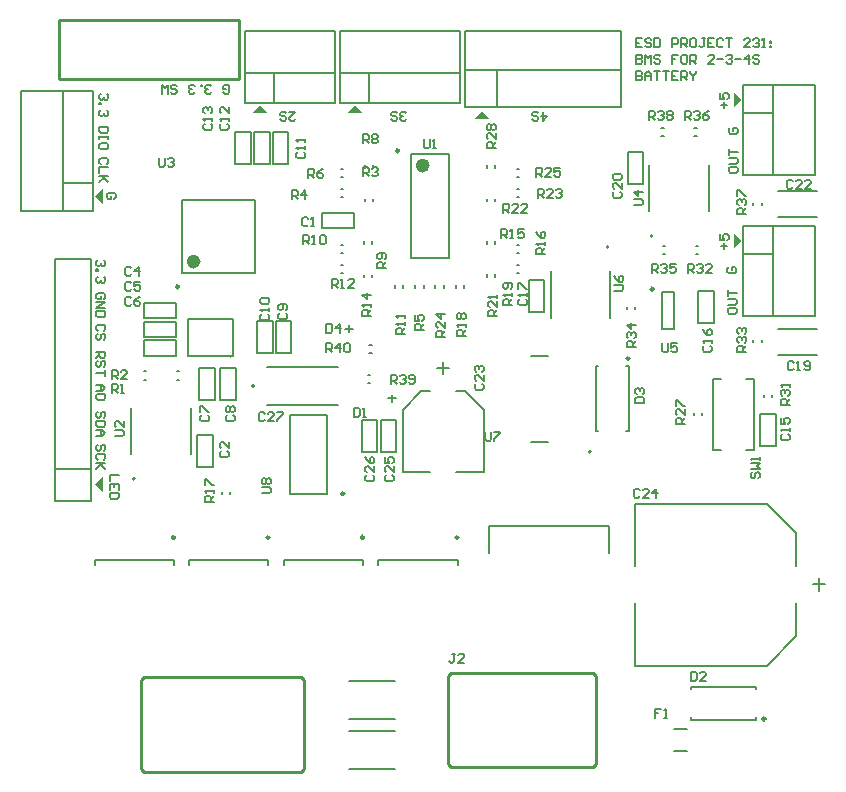
<source format=gto>
G04*
G04 #@! TF.GenerationSoftware,Altium Limited,Altium Designer,21.9.2 (33)*
G04*
G04 Layer_Color=65535*
%FSTAX24Y24*%
%MOIN*%
G70*
G04*
G04 #@! TF.SameCoordinates,C045CB64-A717-4E46-AD80-C8F196844A4B*
G04*
G04*
G04 #@! TF.FilePolarity,Positive*
G04*
G01*
G75*
%ADD10C,0.0098*%
%ADD11C,0.0079*%
%ADD12C,0.0236*%
%ADD13C,0.0039*%
%ADD14C,0.0050*%
%ADD15C,0.0070*%
%ADD16C,0.0100*%
%ADD17C,0.0080*%
%ADD18C,0.0060*%
G36*
X008989Y0109D02*
X009239Y01065D01*
Y01115D01*
X008989Y0109D01*
D02*
G37*
G36*
Y0205D02*
X009239Y02025D01*
Y02075D01*
X008989Y0205D01*
D02*
G37*
G36*
X01449Y02354D02*
X01424Y02329D01*
X01474D01*
X01449Y02354D01*
D02*
G37*
G36*
X01766Y02354D02*
X01741Y02329D01*
X01791D01*
X01766Y02354D01*
D02*
G37*
G36*
X0219Y02334D02*
X02165Y02309D01*
X02215D01*
X0219Y02334D01*
D02*
G37*
G36*
X030542Y019015D02*
X030292Y019265D01*
Y018765D01*
X030542Y019015D01*
D02*
G37*
G36*
Y023715D02*
X030292Y023965D01*
Y023465D01*
X030542Y023715D01*
D02*
G37*
D10*
X014803Y009128D02*
G03*
X014803Y009128I-000049J0D01*
G01*
X017301Y010586D02*
G03*
X017301Y010586I-000049J0D01*
G01*
X031338Y003078D02*
G03*
X031338Y003078I-000049J0D01*
G01*
X027608Y017409D02*
G03*
X027608Y017409I-000049J0D01*
G01*
X026806Y015093D02*
G03*
X026806Y015093I-000049J0D01*
G01*
X019124Y02202D02*
G03*
X019124Y02202I-000049J0D01*
G01*
X011791Y017487D02*
G03*
X011791Y017487I-000049J0D01*
G01*
X011653Y009128D02*
G03*
X011653Y009128I-000049J0D01*
G01*
X017954D02*
G03*
X017954Y009128I-000049J0D01*
G01*
X021105D02*
G03*
X021105Y009128I-000049J0D01*
G01*
D11*
X010314Y011084D02*
G03*
X010314Y011084I-000039J0D01*
G01*
X014294Y01417D02*
G03*
X014294Y01417I-000039J0D01*
G01*
X027582Y019169D02*
G03*
X027582Y019169I-000039J0D01*
G01*
X026115Y018815D02*
G03*
X026115Y018815I-000039J0D01*
G01*
X025515Y011986D02*
G03*
X025515Y011986I-000039J0D01*
G01*
X014772Y008202D02*
Y00836D01*
X012134D02*
X014772D01*
X012134Y008202D02*
Y00836D01*
X017467Y001425D02*
X019003D01*
X017467Y002685D02*
X019003D01*
X017467Y004341D02*
X019003D01*
X017467Y003081D02*
X019003D01*
X022059Y02145D02*
Y021528D01*
X022335Y02145D02*
Y021528D01*
X023045Y021139D02*
X023124D01*
X023045Y021415D02*
X023124D01*
X023053Y020468D02*
X023132D01*
X023053Y020744D02*
X023132D01*
X022335Y020346D02*
Y020424D01*
X022059Y020346D02*
Y020424D01*
X022335Y018921D02*
Y019D01*
X022059Y018921D02*
Y019D01*
X023058Y018606D02*
X023137D01*
X023058Y018882D02*
X023137D01*
X023045Y017935D02*
X023124D01*
X023045Y018211D02*
X023124D01*
X022335Y017817D02*
Y017895D01*
X022059Y017817D02*
Y017895D01*
X010611Y014667D02*
X010689D01*
X010611Y014391D02*
X010689D01*
X011715Y014391D02*
X011793D01*
X011715Y014667D02*
X011793D01*
X019261Y011316D02*
Y013383D01*
Y011316D02*
X020167D01*
X019872Y013993D02*
X020167D01*
X019261Y013383D02*
X019872Y013993D01*
X021328D02*
X021939Y013383D01*
X021033Y013993D02*
X021328D01*
X021033Y011316D02*
X021939D01*
Y013383D01*
X01813Y015262D02*
X018209D01*
X01813Y015538D02*
X018209D01*
X018093Y014538D02*
X018172D01*
X018093Y014262D02*
X018172D01*
X031211Y015638D02*
Y015717D01*
X030935Y015638D02*
Y015717D01*
X031211Y020211D02*
Y020289D01*
X030935Y020211D02*
Y020289D01*
X028965Y022512D02*
X029043D01*
X028965Y022788D02*
X029043D01*
X027861Y022788D02*
X027939D01*
X027861Y022512D02*
X027939D01*
X029019Y018567D02*
X029098D01*
X029019Y018843D02*
X029098D01*
X027911Y018843D02*
X027989D01*
X027911Y018567D02*
X027989D01*
X028962Y013211D02*
Y013289D01*
X029238Y013211D02*
Y013289D01*
X029576Y012039D02*
Y014402D01*
X029851D01*
X029576Y012039D02*
X029851D01*
X030678D02*
X030954D01*
X030678Y014402D02*
X030954D01*
Y012039D02*
Y014402D01*
X031565Y013811D02*
Y013889D01*
X03129Y013811D02*
Y013889D01*
X028867Y004063D02*
Y004151D01*
X031033Y004063D02*
Y004151D01*
X028867Y003049D02*
Y003137D01*
X031033Y003049D02*
Y003137D01*
X028867Y004151D02*
X031033D01*
X028867Y003049D02*
X031033D01*
X032367Y005837D02*
Y00694D01*
X031383Y004853D02*
X032367Y005837D01*
X026973Y004853D02*
Y00694D01*
Y004853D02*
X031383D01*
X026973Y010247D02*
X031383D01*
X026973Y00816D02*
Y010247D01*
X031383D02*
X032367Y009263D01*
Y00816D02*
Y009263D01*
X027903Y01731D02*
X028297D01*
X027903Y01609D02*
X028297D01*
X027903D02*
Y01731D01*
X028297Y01609D02*
Y01731D01*
X027002Y016736D02*
Y016815D01*
X026727Y016736D02*
Y016815D01*
X025683Y012672D02*
X025772D01*
X025683Y014837D02*
X025772D01*
X026697Y012672D02*
X026786D01*
X026697Y014837D02*
X026786D01*
X025683Y012672D02*
Y014837D01*
X026786Y012672D02*
Y014837D01*
X021285Y017453D02*
Y017532D01*
X021009Y017453D02*
Y017532D01*
X020614Y017453D02*
Y017532D01*
X020338Y017453D02*
Y017532D01*
X019943Y017453D02*
Y017532D01*
X019668Y017453D02*
Y017532D01*
X019272Y017453D02*
Y017532D01*
X018997Y017453D02*
Y017532D01*
X017962Y017811D02*
Y017889D01*
X018238Y017811D02*
Y017889D01*
X017173Y018887D02*
X017252D01*
X017173Y018612D02*
X017252D01*
X017173Y018216D02*
X017252D01*
X017173Y017941D02*
X017252D01*
X018238Y018915D02*
Y018993D01*
X017962Y018915D02*
Y018993D01*
X017189Y020464D02*
X017268D01*
X017189Y020739D02*
X017268D01*
X017189Y021135D02*
X017268D01*
X017189Y02141D02*
X017268D01*
X019517Y018453D02*
Y021918D01*
X020777Y018453D02*
Y021918D01*
X019517D02*
X020777D01*
X019517Y018453D02*
X020777D01*
X023536Y015167D02*
X024087D01*
X023536Y012293D02*
X024087D01*
X01432Y01793D02*
Y02037D01*
X01188Y01793D02*
Y02037D01*
X01432D01*
X01188Y01793D02*
X01432D01*
X017978Y02145D02*
Y021528D01*
X018254Y02145D02*
Y021528D01*
X018254Y020346D02*
Y020424D01*
X017978Y020346D02*
Y020424D01*
X008983Y008202D02*
Y00836D01*
X011621D01*
Y008202D02*
Y00836D01*
X015285Y008202D02*
Y00836D01*
X017923D01*
Y008202D02*
Y00836D01*
X018435Y008202D02*
Y00836D01*
X021073D01*
Y008202D02*
Y00836D01*
D12*
X020029Y021524D02*
G03*
X020029Y021524I-000118J0D01*
G01*
X012391Y018323D02*
G03*
X012391Y018323I-000118J0D01*
G01*
D13*
X013519Y015131D02*
G03*
X013519Y015131I-00002J0D01*
G01*
D14*
X029094Y016269D02*
X029606D01*
X029094D02*
Y017332D01*
X029114D01*
X029606Y016269D02*
Y017332D01*
X029114D02*
X029606D01*
X023446Y016636D02*
X023957D01*
X023446D02*
Y017699D01*
X023465D01*
X023957Y016636D02*
Y017699D01*
X023465D02*
X023957D01*
X026754Y020919D02*
X027266D01*
X026754D02*
Y021981D01*
X026774D01*
X027266Y020919D02*
Y021981D01*
X026774D02*
X027266D01*
X031171Y012175D02*
X031683D01*
X031171D02*
Y013238D01*
X031191D01*
X031683Y012175D02*
Y013238D01*
X031191D02*
X031683D01*
X017893Y011981D02*
X018405D01*
X017893D02*
Y013044D01*
X017913D01*
X018405Y011981D02*
Y013044D01*
X017913D02*
X018405D01*
X018525Y011981D02*
X019036D01*
X018525D02*
Y013044D01*
X018544D01*
X019036Y011981D02*
Y013044D01*
X018544D02*
X019036D01*
X01655Y019433D02*
Y019944D01*
X017613D01*
Y019925D02*
Y019944D01*
X01655Y019433D02*
X017613D01*
Y019925D01*
X015026Y015273D02*
X015538D01*
X015026D02*
Y016336D01*
X015045D01*
X015538Y015273D02*
Y016336D01*
X015045D02*
X015538D01*
X014394Y015273D02*
X014906D01*
X014394D02*
Y016336D01*
X014414D01*
X014906Y015273D02*
Y016336D01*
X014414D02*
X014906D01*
X014926Y021569D02*
X015438D01*
X014926D02*
Y022631D01*
X014945D01*
X015438Y021569D02*
Y022631D01*
X014945D02*
X015438D01*
X014296Y02159D02*
X014807D01*
X014296D02*
Y022653D01*
X014315D01*
X014807Y02159D02*
Y022653D01*
X014315D02*
X014807D01*
X013664Y02159D02*
X014176D01*
X013664D02*
Y022653D01*
X013684D01*
X014176Y02159D02*
Y022653D01*
X013684D02*
X014176D01*
X010618Y015181D02*
Y015693D01*
X011681D01*
Y015673D02*
Y015693D01*
X010618Y015181D02*
X011681D01*
Y015673D01*
X010618Y015812D02*
Y016324D01*
X011681D01*
Y016305D02*
Y016324D01*
X010618Y015812D02*
X011681D01*
Y016305D01*
X010618Y016444D02*
Y016956D01*
X011681D01*
Y016936D02*
Y016956D01*
X010618Y016444D02*
X011681D01*
Y016936D01*
X012489Y014762D02*
X012981D01*
Y013699D02*
Y014762D01*
X012469D02*
X012489D01*
X012469Y013699D02*
Y014762D01*
Y013699D02*
X012981D01*
X012906Y011468D02*
Y012531D01*
X012394Y011468D02*
X012906D01*
X012394Y012531D02*
X012906D01*
X012394Y011468D02*
Y012531D01*
X007669Y01034D02*
X008839D01*
Y01842D01*
X007669D02*
X008839D01*
X007669Y01034D02*
Y01842D01*
X007679Y01141D02*
X008839D01*
X013169Y014762D02*
X013681D01*
Y013699D02*
Y014762D01*
X013169Y013699D02*
X013681D01*
X013169D02*
Y014762D01*
X012102Y01519D02*
Y01641D01*
Y01519D02*
X013598D01*
Y01641D01*
X012102D02*
X013598D01*
X012176Y011907D02*
Y013443D01*
X010188Y011907D02*
Y013443D01*
X013488Y010561D02*
Y010639D01*
X013212Y010561D02*
Y010639D01*
X01671Y010586D02*
Y013223D01*
X01549Y010586D02*
Y013223D01*
Y010586D02*
X01671D01*
X01549Y013223D02*
X01671D01*
X014719Y0148D02*
X017081D01*
X014719Y01354D02*
X017081D01*
X031756Y015221D02*
X033039D01*
X031756Y016079D02*
X033039D01*
X031756Y019821D02*
X033039D01*
X031756Y020679D02*
X033039D01*
X027456Y019992D02*
Y021528D01*
X029444Y019992D02*
Y021528D01*
X024174Y016457D02*
Y017992D01*
X026162Y016457D02*
Y017992D01*
X026137Y008608D02*
Y009508D01*
X022137D02*
X026137D01*
X022137Y008608D02*
Y009508D01*
X028276Y002728D02*
X028724D01*
X028276Y00202D02*
X028724D01*
X01758Y01609D02*
X017323D01*
X017452Y016218D02*
Y015961D01*
X018756Y013759D02*
X019013D01*
X018884Y013631D02*
Y013888D01*
D15*
X007939Y02095D02*
X008929D01*
X007929Y024D02*
X008929D01*
X007929Y02D02*
Y024D01*
Y02D02*
X008929D01*
Y024D01*
X006529Y02D02*
X007929D01*
X006529D02*
Y024D01*
X007929D01*
X030602Y016515D02*
Y019515D01*
X031602D01*
Y016515D02*
Y019515D01*
X030602Y016515D02*
X031602D01*
X030602Y018565D02*
X031592D01*
X031602Y019505D02*
Y019515D01*
Y019505D02*
X033002D01*
Y016515D02*
Y019505D01*
X031602Y016515D02*
X033002D01*
X02239Y0235D02*
Y02468D01*
X02651Y02348D02*
Y0247D01*
X02133Y02348D02*
Y0247D01*
Y02348D02*
X02651D01*
X02133Y0247D02*
X02651D01*
X02133D02*
Y026D01*
X02651D01*
Y0247D02*
Y026D01*
X02116Y0246D02*
Y026D01*
X01716D02*
X02116D01*
X01716Y0246D02*
Y026D01*
Y0236D02*
X02116D01*
X01716D02*
Y0246D01*
X02116D01*
Y0236D02*
Y0246D01*
X01811Y0236D02*
Y02459D01*
X01399Y0236D02*
X01699D01*
X01399D02*
Y0246D01*
X01699D01*
Y0236D02*
Y0246D01*
X01494Y0236D02*
Y02459D01*
X01399Y0246D02*
X014D01*
Y026D01*
X01699D01*
Y0246D02*
Y026D01*
X030602Y021215D02*
Y024215D01*
X031602D01*
Y021215D02*
Y024215D01*
X030602Y021215D02*
X031602D01*
X030602Y023265D02*
X031592D01*
X031602Y024205D02*
Y024215D01*
Y024205D02*
X033002D01*
Y021215D02*
Y024205D01*
X031602Y021215D02*
X033002D01*
D16*
X007805Y024416D02*
X012805D01*
X007805D02*
Y026384D01*
X013805D01*
Y024416D02*
Y026384D01*
X012805Y024416D02*
X013805D01*
X015969Y001421D02*
Y004371D01*
X010507Y001421D02*
Y004371D01*
X010607Y001321D02*
X015869D01*
X010607Y004471D02*
X015869D01*
X015969Y004371D01*
X015869Y001321D02*
X015969Y001421D01*
X010507Y004371D02*
X010607Y004471D01*
X010507Y001421D02*
X010607Y001321D01*
X020766Y001575D02*
Y004525D01*
X025687Y001575D02*
Y004525D01*
X020866Y004625D02*
X025587D01*
X020866Y001475D02*
X025587D01*
X020766Y001575D02*
X020866Y001475D01*
X020766Y004525D02*
X020866Y004625D01*
X025587Y001475D02*
X025687Y001575D01*
X025587Y004625D02*
X025687Y004525D01*
D17*
X027238Y025764D02*
X027038D01*
Y025464D01*
X027238D01*
X027038Y025614D02*
X027138D01*
X027537Y025714D02*
X027487Y025764D01*
X027388D01*
X027338Y025714D01*
Y025664D01*
X027388Y025614D01*
X027487D01*
X027537Y025564D01*
Y025514D01*
X027487Y025464D01*
X027388D01*
X027338Y025514D01*
X027637Y025764D02*
Y025464D01*
X027787D01*
X027837Y025514D01*
Y025714D01*
X027787Y025764D01*
X027637D01*
X028237Y025464D02*
Y025764D01*
X028387D01*
X028437Y025714D01*
Y025614D01*
X028387Y025564D01*
X028237D01*
X028537Y025464D02*
Y025764D01*
X028687D01*
X028737Y025714D01*
Y025614D01*
X028687Y025564D01*
X028537D01*
X028637D02*
X028737Y025464D01*
X028987Y025764D02*
X028887D01*
X028837Y025714D01*
Y025514D01*
X028887Y025464D01*
X028987D01*
X029037Y025514D01*
Y025714D01*
X028987Y025764D01*
X029337D02*
X029237D01*
X029287D01*
Y025514D01*
X029237Y025464D01*
X029187D01*
X029137Y025514D01*
X029637Y025764D02*
X029437D01*
Y025464D01*
X029637D01*
X029437Y025614D02*
X029537D01*
X029937Y025714D02*
X029887Y025764D01*
X029787D01*
X029737Y025714D01*
Y025514D01*
X029787Y025464D01*
X029887D01*
X029937Y025514D01*
X030037Y025764D02*
X030237D01*
X030137D01*
Y025464D01*
X030836D02*
X030636D01*
X030836Y025664D01*
Y025714D01*
X030786Y025764D01*
X030686D01*
X030636Y025714D01*
X030936D02*
X030986Y025764D01*
X031086D01*
X031136Y025714D01*
Y025664D01*
X031086Y025614D01*
X031036D01*
X031086D01*
X031136Y025564D01*
Y025514D01*
X031086Y025464D01*
X030986D01*
X030936Y025514D01*
X031236Y025464D02*
X031336D01*
X031286D01*
Y025764D01*
X031236Y025714D01*
X031486Y025664D02*
X031536D01*
Y025614D01*
X031486D01*
Y025664D01*
Y025514D02*
X031536D01*
Y025464D01*
X031486D01*
Y025514D01*
X027038Y025212D02*
Y024912D01*
X027188D01*
X027238Y024962D01*
Y025012D01*
X027188Y025062D01*
X027038D01*
X027188D01*
X027238Y025112D01*
Y025162D01*
X027188Y025212D01*
X027038D01*
X027338Y024912D02*
Y025212D01*
X027438Y025112D01*
X027537Y025212D01*
Y024912D01*
X027837Y025162D02*
X027787Y025212D01*
X027687D01*
X027637Y025162D01*
Y025112D01*
X027687Y025062D01*
X027787D01*
X027837Y025012D01*
Y024962D01*
X027787Y024912D01*
X027687D01*
X027637Y024962D01*
X028437Y025212D02*
X028237D01*
Y025062D01*
X028337D01*
X028237D01*
Y024912D01*
X028687Y025212D02*
X028587D01*
X028537Y025162D01*
Y024962D01*
X028587Y024912D01*
X028687D01*
X028737Y024962D01*
Y025162D01*
X028687Y025212D01*
X028837Y024912D02*
Y025212D01*
X028987D01*
X029037Y025162D01*
Y025062D01*
X028987Y025012D01*
X028837D01*
X028937D02*
X029037Y024912D01*
X029637D02*
X029437D01*
X029637Y025112D01*
Y025162D01*
X029587Y025212D01*
X029487D01*
X029437Y025162D01*
X029737Y025062D02*
X029937D01*
X030037Y025162D02*
X030087Y025212D01*
X030187D01*
X030237Y025162D01*
Y025112D01*
X030187Y025062D01*
X030137D01*
X030187D01*
X030237Y025012D01*
Y024962D01*
X030187Y024912D01*
X030087D01*
X030037Y024962D01*
X030337Y025062D02*
X030537D01*
X030786Y024912D02*
Y025212D01*
X030636Y025062D01*
X030836D01*
X031136Y025162D02*
X031086Y025212D01*
X030986D01*
X030936Y025162D01*
Y025112D01*
X030986Y025062D01*
X031086D01*
X031136Y025012D01*
Y024962D01*
X031086Y024912D01*
X030986D01*
X030936Y024962D01*
X027038Y02466D02*
Y02436D01*
X027188D01*
X027238Y02441D01*
Y02446D01*
X027188Y02451D01*
X027038D01*
X027188D01*
X027238Y02456D01*
Y02461D01*
X027188Y02466D01*
X027038D01*
X027338Y02436D02*
Y02456D01*
X027438Y02466D01*
X027537Y02456D01*
Y02436D01*
Y02451D01*
X027338D01*
X027637Y02466D02*
X027837D01*
X027737D01*
Y02436D01*
X027937Y02466D02*
X028137D01*
X028037D01*
Y02436D01*
X028437Y02466D02*
X028237D01*
Y02436D01*
X028437D01*
X028237Y02451D02*
X028337D01*
X028537Y02436D02*
Y02466D01*
X028687D01*
X028737Y02461D01*
Y02451D01*
X028687Y02446D01*
X028537D01*
X028637D02*
X028737Y02436D01*
X028837Y02466D02*
Y02461D01*
X028937Y02451D01*
X029037Y02461D01*
Y02466D01*
X028937Y02451D02*
Y02436D01*
X02997Y01873D02*
Y01893D01*
X02987Y01883D02*
X03007D01*
X02982Y01923D02*
Y01903D01*
X02997D01*
X02992Y01913D01*
Y01918D01*
X02997Y01923D01*
X03007D01*
X03012Y01918D01*
Y01908D01*
X03007Y01903D01*
X030079Y016735D02*
Y016635D01*
X030129Y016585D01*
X030329D01*
X030379Y016635D01*
Y016735D01*
X030329Y016785D01*
X030129D01*
X030079Y016735D01*
Y016885D02*
X030329D01*
X030379Y016935D01*
Y017035D01*
X030329Y017085D01*
X030079D01*
Y017185D02*
Y017384D01*
Y017284D01*
X030379D01*
X02997Y02343D02*
Y02363D01*
X02987Y02353D02*
X03007D01*
X02982Y02393D02*
Y02373D01*
X02997D01*
X02992Y02383D01*
Y02388D01*
X02997Y02393D01*
X03007D01*
X03012Y02388D01*
Y02378D01*
X03007Y02373D01*
X03012Y02143D02*
Y02133D01*
X03017Y02128D01*
X03037D01*
X03042Y02133D01*
Y02143D01*
X03037Y02148D01*
X03017D01*
X03012Y02143D01*
Y02158D02*
X03037D01*
X03042Y02163D01*
Y02173D01*
X03037Y02178D01*
X03012D01*
Y02188D02*
Y02208D01*
Y02198D01*
X03042D01*
X03012Y01813D02*
X03007Y01808D01*
Y01798D01*
X03012Y01793D01*
X03032D01*
X03037Y01798D01*
Y01808D01*
X03032Y01813D01*
X03022D01*
Y01803D01*
X03017Y02278D02*
X03012Y02273D01*
Y02263D01*
X03017Y02258D01*
X03037D01*
X03042Y02263D01*
Y02273D01*
X03037Y02278D01*
X03027D01*
Y02268D01*
X01152Y02397D02*
X01157Y02392D01*
X01167D01*
X01172Y02397D01*
Y02402D01*
X01167Y02407D01*
X01157D01*
X01152Y02412D01*
Y02417D01*
X01157Y02422D01*
X01167D01*
X01172Y02417D01*
X01142Y02392D02*
Y02422D01*
X01132Y02412D01*
X01122Y02422D01*
Y02392D01*
X01287Y02397D02*
X01282Y02392D01*
X01272D01*
X01267Y02397D01*
Y02402D01*
X01272Y02407D01*
X01277D01*
X01272D01*
X01267Y02412D01*
Y02417D01*
X01272Y02422D01*
X01282D01*
X01287Y02417D01*
X01257Y02422D02*
Y02417D01*
X01252D01*
Y02422D01*
X01257D01*
X01232Y02397D02*
X01227Y02392D01*
X01217D01*
X01212Y02397D01*
Y02402D01*
X01217Y02407D01*
X01222D01*
X01217D01*
X01212Y02412D01*
Y02417D01*
X01217Y02422D01*
X01227D01*
X01232Y02417D01*
X01327Y02397D02*
X01332Y02392D01*
X01342D01*
X01347Y02397D01*
Y02417D01*
X01342Y02422D01*
X01332D01*
X01327Y02417D01*
Y02407D01*
X01337D01*
X02392Y02332D02*
Y02302D01*
X02407Y02317D01*
X02387D01*
X02357Y02307D02*
X02362Y02302D01*
X02372D01*
X02377Y02307D01*
Y02312D01*
X02372Y02317D01*
X02362D01*
X02357Y02322D01*
Y02327D01*
X02362Y02332D01*
X02372D01*
X02377Y02327D01*
X01937Y02307D02*
X01932Y02302D01*
X01922D01*
X01917Y02307D01*
Y02312D01*
X01922Y02317D01*
X01927D01*
X01922D01*
X01917Y02322D01*
Y02327D01*
X01922Y02332D01*
X01932D01*
X01937Y02327D01*
X01887Y02307D02*
X01892Y02302D01*
X01902D01*
X01907Y02307D01*
Y02312D01*
X01902Y02317D01*
X01892D01*
X01887Y02322D01*
Y02327D01*
X01892Y02332D01*
X01902D01*
X01907Y02327D01*
X01547Y02332D02*
X01567D01*
X01547Y02312D01*
Y02307D01*
X01552Y02302D01*
X01562D01*
X01567Y02307D01*
X01517D02*
X01522Y02302D01*
X01532D01*
X01537Y02307D01*
Y02312D01*
X01532Y02317D01*
X01522D01*
X01517Y02322D01*
Y02327D01*
X01522Y02332D01*
X01532D01*
X01537Y02327D01*
X00978Y01122D02*
X00948D01*
Y01102D01*
X00978Y01072D02*
Y01092D01*
X00948D01*
Y01072D01*
X00963Y01092D02*
Y01082D01*
X00978Y01062D02*
X00948D01*
Y01047D01*
X00953Y01042D01*
X00973D01*
X00978Y01047D01*
Y01062D01*
X00928Y01202D02*
X00933Y01207D01*
Y01217D01*
X00928Y01222D01*
X00923D01*
X00918Y01217D01*
Y01207D01*
X00913Y01202D01*
X00908D01*
X00903Y01207D01*
Y01217D01*
X00908Y01222D01*
X00928Y01172D02*
X00933Y01177D01*
Y01187D01*
X00928Y01192D01*
X00908D01*
X00903Y01187D01*
Y01177D01*
X00908Y01172D01*
X00933Y01162D02*
X00903D01*
X00913D01*
X00933Y01142D01*
X00918Y01157D01*
X00903Y01142D01*
X00928Y01312D02*
X00933Y01317D01*
Y01327D01*
X00928Y01332D01*
X00923D01*
X00918Y01327D01*
Y01317D01*
X00913Y01312D01*
X00908D01*
X00903Y01317D01*
Y01327D01*
X00908Y01332D01*
X00933Y01302D02*
X00903D01*
Y01287D01*
X00908Y01282D01*
X00928D01*
X00933Y01287D01*
Y01302D01*
X00903Y01272D02*
X00923D01*
X00933Y01262D01*
X00923Y01252D01*
X00903D01*
X00918D01*
Y01272D01*
X00903Y01422D02*
X00923D01*
X00933Y01412D01*
X00923Y01402D01*
X00903D01*
X00918D01*
Y01422D01*
X00928Y01392D02*
X00933Y01387D01*
Y01377D01*
X00928Y01372D01*
X00908D01*
X00903Y01377D01*
Y01387D01*
X00908Y01392D01*
X00928D01*
X00903Y01532D02*
X00933D01*
Y01517D01*
X00928Y01512D01*
X00918D01*
X00913Y01517D01*
Y01532D01*
Y01522D02*
X00903Y01512D01*
X00928Y01482D02*
X00933Y01487D01*
Y01497D01*
X00928Y01502D01*
X00923D01*
X00918Y01497D01*
Y01487D01*
X00913Y01482D01*
X00908D01*
X00903Y01487D01*
Y01497D01*
X00908Y01502D01*
X00933Y01472D02*
Y01452D01*
Y01462D01*
X00903D01*
X00928Y01602D02*
X00933Y01607D01*
Y01617D01*
X00928Y01622D01*
X00908D01*
X00903Y01617D01*
Y01607D01*
X00908Y01602D01*
X00928Y01572D02*
X00933Y01577D01*
Y01587D01*
X00928Y01592D01*
X00923D01*
X00918Y01587D01*
Y01577D01*
X00913Y01572D01*
X00908D01*
X00903Y01577D01*
Y01587D01*
X00908Y01592D01*
X00928Y017075D02*
X00933Y017125D01*
Y017225D01*
X00928Y017275D01*
X00908D01*
X00903Y017225D01*
Y017125D01*
X00908Y017075D01*
X00918D01*
Y017175D01*
X00903Y016975D02*
X00933D01*
X00903Y016775D01*
X00933D01*
Y016675D02*
X00903D01*
Y016525D01*
X00908Y016475D01*
X00928D01*
X00933Y016525D01*
Y016675D01*
X00928Y01837D02*
X00933Y01832D01*
Y01822D01*
X00928Y01817D01*
X00923D01*
X00918Y01822D01*
Y01827D01*
Y01822D01*
X00913Y01817D01*
X00908D01*
X00903Y01822D01*
Y01832D01*
X00908Y01837D01*
X00903Y01807D02*
X00908D01*
Y01802D01*
X00903D01*
Y01807D01*
X00928Y01782D02*
X00933Y01777D01*
Y01767D01*
X00928Y01762D01*
X00923D01*
X00918Y01767D01*
Y01772D01*
Y01767D01*
X00913Y01762D01*
X00908D01*
X00903Y01767D01*
Y01777D01*
X00908Y01782D01*
X00938Y02392D02*
X00943Y02387D01*
Y02377D01*
X00938Y02372D01*
X00933D01*
X00928Y02377D01*
Y02382D01*
Y02377D01*
X00923Y02372D01*
X00918D01*
X00913Y02377D01*
Y02387D01*
X00918Y02392D01*
X00913Y02362D02*
X00918D01*
Y02357D01*
X00913D01*
Y02362D01*
X00938Y02337D02*
X00943Y02332D01*
Y02322D01*
X00938Y02317D01*
X00933D01*
X00928Y02322D01*
Y02327D01*
Y02322D01*
X00923Y02317D01*
X00918D01*
X00913Y02322D01*
Y02332D01*
X00918Y02337D01*
X00943Y02282D02*
X00913D01*
Y02267D01*
X00918Y02262D01*
X00938D01*
X00943Y02267D01*
Y02282D01*
Y02252D02*
Y02242D01*
Y02247D01*
X00913D01*
Y02252D01*
Y02242D01*
X00943Y02212D02*
Y02222D01*
X00938Y02227D01*
X00918D01*
X00913Y02222D01*
Y02212D01*
X00918Y02207D01*
X00938D01*
X00943Y02212D01*
X00938Y02157D02*
X00943Y02162D01*
Y02172D01*
X00938Y02177D01*
X00918D01*
X00913Y02172D01*
Y02162D01*
X00918Y02157D01*
X00943Y02147D02*
X00913D01*
Y02127D01*
X00943Y02117D02*
X00913D01*
X00923D01*
X00943Y02097D01*
X00928Y02112D01*
X00913Y02097D01*
X009625Y020415D02*
X009675Y020465D01*
Y020565D01*
X009625Y020615D01*
X009425D01*
X009375Y020565D01*
Y020465D01*
X009425Y020415D01*
X009525D01*
Y020515D01*
X01112Y02179D02*
Y02154D01*
X01117Y02149D01*
X01127D01*
X01132Y02154D01*
Y02179D01*
X01142Y02174D02*
X01147Y02179D01*
X01157D01*
X01162Y02174D01*
Y02169D01*
X01157Y02164D01*
X01152D01*
X01157D01*
X01162Y02159D01*
Y02154D01*
X01157Y02149D01*
X01147D01*
X01142Y02154D01*
X0132Y012D02*
X01315Y01195D01*
Y01185D01*
X0132Y0118D01*
X0134D01*
X01345Y01185D01*
Y01195D01*
X0134Y012D01*
X01345Y0123D02*
Y0121D01*
X01325Y0123D01*
X0132D01*
X01315Y01225D01*
Y01215D01*
X0132Y0121D01*
X01455Y0106D02*
X0148D01*
X01485Y01065D01*
Y01075D01*
X0148Y0108D01*
X01455D01*
X0146Y0109D02*
X01455Y01095D01*
Y01105D01*
X0146Y0111D01*
X01465D01*
X0147Y01105D01*
X01475Y0111D01*
X0148D01*
X01485Y01105D01*
Y01095D01*
X0148Y0109D01*
X01475D01*
X0147Y01095D01*
X01465Y0109D01*
X0146D01*
X0147Y01095D02*
Y01105D01*
X022Y01265D02*
Y0124D01*
X02205Y01235D01*
X02215D01*
X0222Y0124D01*
Y01265D01*
X0223D02*
X0225D01*
Y0126D01*
X0223Y0124D01*
Y01235D01*
X0263Y01735D02*
X02655D01*
X0266Y0174D01*
Y0175D01*
X02655Y01755D01*
X0263D01*
Y01785D02*
X02635Y01775D01*
X02645Y01765D01*
X02655D01*
X0266Y0177D01*
Y0178D01*
X02655Y01785D01*
X0265D01*
X02645Y0178D01*
Y01765D01*
X0279Y0156D02*
Y01535D01*
X02795Y0153D01*
X02805D01*
X0281Y01535D01*
Y0156D01*
X0284D02*
X0282D01*
Y01545D01*
X0283Y0155D01*
X02835D01*
X0284Y01545D01*
Y01535D01*
X02835Y0153D01*
X02825D01*
X0282Y01535D01*
X02695Y0202D02*
X0272D01*
X02725Y02025D01*
Y02035D01*
X0272Y0204D01*
X02695D01*
X02725Y02065D02*
X02695D01*
X0271Y0205D01*
Y0207D01*
X00965Y0125D02*
X0099D01*
X00995Y01255D01*
Y01265D01*
X0099Y0127D01*
X00965D01*
X00995Y013D02*
Y0128D01*
X00975Y013D01*
X0097D01*
X00965Y01295D01*
Y01285D01*
X0097Y0128D01*
X01995Y0224D02*
Y02215D01*
X02Y0221D01*
X0201D01*
X02015Y02215D01*
Y0224D01*
X02025Y0221D02*
X02035D01*
X0203D01*
Y0224D01*
X02025Y02235D01*
X0309Y0113D02*
X03085Y01125D01*
Y01115D01*
X0309Y0111D01*
X03095D01*
X031Y01115D01*
Y01125D01*
X03105Y0113D01*
X0311D01*
X03115Y01125D01*
Y01115D01*
X0311Y0111D01*
X03085Y0114D02*
X03115D01*
X03105Y0115D01*
X03115Y0116D01*
X03085D01*
X03115Y0117D02*
Y0118D01*
Y01175D01*
X03085D01*
X0309Y0117D01*
X0167Y0153D02*
Y0156D01*
X01685D01*
X0169Y01555D01*
Y01545D01*
X01685Y0154D01*
X0167D01*
X0168D02*
X0169Y0153D01*
X01715D02*
Y0156D01*
X017Y01545D01*
X0172D01*
X0173Y01555D02*
X01735Y0156D01*
X01745D01*
X0175Y01555D01*
Y01535D01*
X01745Y0153D01*
X01735D01*
X0173Y01535D01*
Y01555D01*
X01885Y01425D02*
Y01455D01*
X019D01*
X01905Y0145D01*
Y0144D01*
X019Y01435D01*
X01885D01*
X01895D02*
X01905Y01425D01*
X01915Y0145D02*
X0192Y01455D01*
X0193D01*
X01935Y0145D01*
Y01445D01*
X0193Y0144D01*
X01925D01*
X0193D01*
X01935Y01435D01*
Y0143D01*
X0193Y01425D01*
X0192D01*
X01915Y0143D01*
X01945D02*
X0195Y01425D01*
X0196D01*
X01965Y0143D01*
Y0145D01*
X0196Y01455D01*
X0195D01*
X01945Y0145D01*
Y01445D01*
X0195Y0144D01*
X01965D01*
X02745Y02305D02*
Y02335D01*
X0276D01*
X02765Y0233D01*
Y0232D01*
X0276Y02315D01*
X02745D01*
X02755D02*
X02765Y02305D01*
X02775Y0233D02*
X0278Y02335D01*
X0279D01*
X02795Y0233D01*
Y02325D01*
X0279Y0232D01*
X02785D01*
X0279D01*
X02795Y02315D01*
Y0231D01*
X0279Y02305D01*
X0278D01*
X02775Y0231D01*
X02805Y0233D02*
X0281Y02335D01*
X0282D01*
X02825Y0233D01*
Y02325D01*
X0282Y0232D01*
X02825Y02315D01*
Y0231D01*
X0282Y02305D01*
X0281D01*
X02805Y0231D01*
Y02315D01*
X0281Y0232D01*
X02805Y02325D01*
Y0233D01*
X0281Y0232D02*
X0282D01*
X0307Y0199D02*
X0304D01*
Y02005D01*
X03045Y0201D01*
X03055D01*
X0306Y02005D01*
Y0199D01*
Y02D02*
X0307Y0201D01*
X03045Y0202D02*
X0304Y02025D01*
Y02035D01*
X03045Y0204D01*
X0305D01*
X03055Y02035D01*
Y0203D01*
Y02035D01*
X0306Y0204D01*
X03065D01*
X0307Y02035D01*
Y02025D01*
X03065Y0202D01*
X0304Y0205D02*
Y0207D01*
X03045D01*
X03065Y0205D01*
X0307D01*
X02865Y02305D02*
Y02335D01*
X0288D01*
X02885Y0233D01*
Y0232D01*
X0288Y02315D01*
X02865D01*
X02875D02*
X02885Y02305D01*
X02895Y0233D02*
X029Y02335D01*
X0291D01*
X02915Y0233D01*
Y02325D01*
X0291Y0232D01*
X02905D01*
X0291D01*
X02915Y02315D01*
Y0231D01*
X0291Y02305D01*
X029D01*
X02895Y0231D01*
X02945Y02335D02*
X02935Y0233D01*
X02925Y0232D01*
Y0231D01*
X0293Y02305D01*
X0294D01*
X02945Y0231D01*
Y02315D01*
X0294Y0232D01*
X02925D01*
X02755Y01795D02*
Y01825D01*
X0277D01*
X02775Y0182D01*
Y0181D01*
X0277Y01805D01*
X02755D01*
X02765D02*
X02775Y01795D01*
X02785Y0182D02*
X0279Y01825D01*
X028D01*
X02805Y0182D01*
Y01815D01*
X028Y0181D01*
X02795D01*
X028D01*
X02805Y01805D01*
Y018D01*
X028Y01795D01*
X0279D01*
X02785Y018D01*
X02835Y01825D02*
X02815D01*
Y0181D01*
X02825Y01815D01*
X0283D01*
X02835Y0181D01*
Y018D01*
X0283Y01795D01*
X0282D01*
X02815Y018D01*
X027015Y015465D02*
X026715D01*
Y015615D01*
X026765Y015665D01*
X026865D01*
X026915Y015615D01*
Y015465D01*
Y015565D02*
X027015Y015665D01*
X026765Y015765D02*
X026715Y015815D01*
Y015915D01*
X026765Y015965D01*
X026815D01*
X026865Y015915D01*
Y015865D01*
Y015915D01*
X026915Y015965D01*
X026965D01*
X027015Y015915D01*
Y015815D01*
X026965Y015765D01*
X027015Y016214D02*
X026715D01*
X026865Y016064D01*
Y016264D01*
X0307Y015325D02*
X0304D01*
Y015475D01*
X03045Y015525D01*
X03055D01*
X0306Y015475D01*
Y015325D01*
Y015425D02*
X0307Y015525D01*
X03045Y015625D02*
X0304Y015675D01*
Y015775D01*
X03045Y015825D01*
X0305D01*
X03055Y015775D01*
Y015725D01*
Y015775D01*
X0306Y015825D01*
X03065D01*
X0307Y015775D01*
Y015675D01*
X03065Y015625D01*
X03045Y015925D02*
X0304Y015975D01*
Y016075D01*
X03045Y016125D01*
X0305D01*
X03055Y016075D01*
Y016025D01*
Y016075D01*
X0306Y016125D01*
X03065D01*
X0307Y016075D01*
Y015975D01*
X03065Y015925D01*
X02875Y01795D02*
Y01825D01*
X0289D01*
X02895Y0182D01*
Y0181D01*
X0289Y01805D01*
X02875D01*
X02885D02*
X02895Y01795D01*
X02905Y0182D02*
X0291Y01825D01*
X0292D01*
X02925Y0182D01*
Y01815D01*
X0292Y0181D01*
X02915D01*
X0292D01*
X02925Y01805D01*
Y018D01*
X0292Y01795D01*
X0291D01*
X02905Y018D01*
X02955Y01795D02*
X02935D01*
X02955Y01815D01*
Y0182D01*
X0295Y01825D01*
X0294D01*
X02935Y0182D01*
X03215Y01355D02*
X03185D01*
Y0137D01*
X0319Y01375D01*
X032D01*
X03205Y0137D01*
Y01355D01*
Y01365D02*
X03215Y01375D01*
X0319Y01385D02*
X03185Y0139D01*
Y014D01*
X0319Y01405D01*
X03195D01*
X032Y014D01*
Y01395D01*
Y014D01*
X03205Y01405D01*
X0321D01*
X03215Y014D01*
Y0139D01*
X0321Y01385D01*
X03215Y01415D02*
Y01425D01*
Y0142D01*
X03185D01*
X0319Y01415D01*
X02235Y0221D02*
X02205D01*
Y02225D01*
X0221Y0223D01*
X0222D01*
X02225Y02225D01*
Y0221D01*
Y0222D02*
X02235Y0223D01*
Y0226D02*
Y0224D01*
X02215Y0226D01*
X0221D01*
X02205Y02255D01*
Y02245D01*
X0221Y0224D01*
Y0227D02*
X02205Y02275D01*
Y02285D01*
X0221Y0229D01*
X02215D01*
X0222Y02285D01*
X02225Y0229D01*
X0223D01*
X02235Y02285D01*
Y02275D01*
X0223Y0227D01*
X02225D01*
X0222Y02275D01*
X02215Y0227D01*
X0221D01*
X0222Y02275D02*
Y02285D01*
X02865Y0129D02*
X02835D01*
Y01305D01*
X0284Y0131D01*
X0285D01*
X02855Y01305D01*
Y0129D01*
Y013D02*
X02865Y0131D01*
Y0134D02*
Y0132D01*
X02845Y0134D01*
X0284D01*
X02835Y01335D01*
Y01325D01*
X0284Y0132D01*
X02835Y0135D02*
Y0137D01*
X0284D01*
X0286Y0135D01*
X02865D01*
X0237Y02115D02*
Y02145D01*
X02385D01*
X0239Y0214D01*
Y0213D01*
X02385Y02125D01*
X0237D01*
X0238D02*
X0239Y02115D01*
X0242D02*
X024D01*
X0242Y02135D01*
Y0214D01*
X02415Y02145D01*
X02405D01*
X024Y0214D01*
X0245Y02145D02*
X0243D01*
Y0213D01*
X0244Y02135D01*
X02445D01*
X0245Y0213D01*
Y0212D01*
X02445Y02115D01*
X02435D01*
X0243Y0212D01*
X020668Y015819D02*
X020368D01*
Y015969D01*
X020418Y016019D01*
X020518D01*
X020568Y015969D01*
Y015819D01*
Y015919D02*
X020668Y016019D01*
Y016319D02*
Y016119D01*
X020468Y016319D01*
X020418D01*
X020368Y016269D01*
Y016169D01*
X020418Y016119D01*
X020668Y016569D02*
X020368D01*
X020518Y016419D01*
Y016619D01*
X02375Y02045D02*
Y02075D01*
X0239D01*
X02395Y0207D01*
Y0206D01*
X0239Y02055D01*
X02375D01*
X02385D02*
X02395Y02045D01*
X02425D02*
X02405D01*
X02425Y02065D01*
Y0207D01*
X0242Y02075D01*
X0241D01*
X02405Y0207D01*
X02435D02*
X0244Y02075D01*
X0245D01*
X02455Y0207D01*
Y02065D01*
X0245Y0206D01*
X02445D01*
X0245D01*
X02455Y02055D01*
Y0205D01*
X0245Y02045D01*
X0244D01*
X02435Y0205D01*
X0226Y01995D02*
Y02025D01*
X02275D01*
X0228Y0202D01*
Y0201D01*
X02275Y02005D01*
X0226D01*
X0227D02*
X0228Y01995D01*
X0231D02*
X0229D01*
X0231Y02015D01*
Y0202D01*
X02305Y02025D01*
X02295D01*
X0229Y0202D01*
X0234Y01995D02*
X0232D01*
X0234Y02015D01*
Y0202D01*
X02335Y02025D01*
X02325D01*
X0232Y0202D01*
X0224Y0165D02*
X0221D01*
Y01665D01*
X02215Y0167D01*
X02225D01*
X0223Y01665D01*
Y0165D01*
Y0166D02*
X0224Y0167D01*
Y017D02*
Y0168D01*
X0222Y017D01*
X02215D01*
X0221Y01695D01*
Y01685D01*
X02215Y0168D01*
X0224Y0171D02*
Y0172D01*
Y01715D01*
X0221D01*
X02215Y0171D01*
X0229Y016875D02*
X0226D01*
Y017025D01*
X02265Y017075D01*
X02275D01*
X0228Y017025D01*
Y016875D01*
Y016975D02*
X0229Y017075D01*
Y017175D02*
Y017275D01*
Y017225D01*
X0226D01*
X02265Y017175D01*
X02285Y017425D02*
X0229Y017475D01*
Y017575D01*
X02285Y017625D01*
X02265D01*
X0226Y017575D01*
Y017475D01*
X02265Y017425D01*
X0227D01*
X02275Y017475D01*
Y017625D01*
X021339Y015844D02*
X021039D01*
Y015994D01*
X021089Y016044D01*
X021189D01*
X021239Y015994D01*
Y015844D01*
Y015944D02*
X021339Y016044D01*
Y016144D02*
Y016244D01*
Y016194D01*
X021039D01*
X021089Y016144D01*
Y016394D02*
X021039Y016444D01*
Y016544D01*
X021089Y016594D01*
X021139D01*
X021189Y016544D01*
X021239Y016594D01*
X021289D01*
X021339Y016544D01*
Y016444D01*
X021289Y016394D01*
X021239D01*
X021189Y016444D01*
X021139Y016394D01*
X021089D01*
X021189Y016444D02*
Y016544D01*
X01295Y010325D02*
X01265D01*
Y010475D01*
X0127Y010525D01*
X0128D01*
X01285Y010475D01*
Y010325D01*
Y010425D02*
X01295Y010525D01*
Y010625D02*
Y010725D01*
Y010675D01*
X01265D01*
X0127Y010625D01*
X01265Y010875D02*
Y011075D01*
X0127D01*
X0129Y010875D01*
X01295D01*
X024Y018575D02*
X0237D01*
Y018725D01*
X02375Y018775D01*
X02385D01*
X0239Y018725D01*
Y018575D01*
Y018675D02*
X024Y018775D01*
Y018875D02*
Y018975D01*
Y018925D01*
X0237D01*
X02375Y018875D01*
X0237Y019325D02*
X02375Y019225D01*
X02385Y019125D01*
X02395D01*
X024Y019175D01*
Y019275D01*
X02395Y019325D01*
X0239D01*
X02385Y019275D01*
Y019125D01*
X022525Y0191D02*
Y0194D01*
X022675D01*
X022725Y01935D01*
Y01925D01*
X022675Y0192D01*
X022525D01*
X022625D02*
X022725Y0191D01*
X022825D02*
X022925D01*
X022875D01*
Y0194D01*
X022825Y01935D01*
X023275Y0194D02*
X023075D01*
Y01925D01*
X023175Y0193D01*
X023225D01*
X023275Y01925D01*
Y01915D01*
X023225Y0191D01*
X023125D01*
X023075Y01915D01*
X0182Y016525D02*
X0179D01*
Y016675D01*
X01795Y016725D01*
X01805D01*
X0181Y016675D01*
Y016525D01*
Y016625D02*
X0182Y016725D01*
Y016825D02*
Y016925D01*
Y016875D01*
X0179D01*
X01795Y016825D01*
X0182Y017225D02*
X0179D01*
X01805Y017075D01*
Y017275D01*
X016875Y01745D02*
Y01775D01*
X017025D01*
X017075Y0177D01*
Y0176D01*
X017025Y01755D01*
X016875D01*
X016975D02*
X017075Y01745D01*
X017175D02*
X017275D01*
X017225D01*
Y01775D01*
X017175Y0177D01*
X017625Y01745D02*
X017425D01*
X017625Y01765D01*
Y0177D01*
X017575Y01775D01*
X017475D01*
X017425Y0177D01*
X019326Y015894D02*
X019026D01*
Y016044D01*
X019076Y016094D01*
X019176D01*
X019226Y016044D01*
Y015894D01*
Y015994D02*
X019326Y016094D01*
Y016194D02*
Y016294D01*
Y016244D01*
X019026D01*
X019076Y016194D01*
X019326Y016444D02*
Y016544D01*
Y016494D01*
X019026D01*
X019076Y016444D01*
X015925Y0189D02*
Y0192D01*
X016075D01*
X016125Y01915D01*
Y01905D01*
X016075Y019D01*
X015925D01*
X016025D02*
X016125Y0189D01*
X016225D02*
X016325D01*
X016275D01*
Y0192D01*
X016225Y01915D01*
X016475D02*
X016525Y0192D01*
X016625D01*
X016675Y01915D01*
Y01895D01*
X016625Y0189D01*
X016525D01*
X016475Y01895D01*
Y01915D01*
X0187Y0181D02*
X0184D01*
Y01825D01*
X01845Y0183D01*
X01855D01*
X0186Y01825D01*
Y0181D01*
Y0182D02*
X0187Y0183D01*
X01865Y0184D02*
X0187Y01845D01*
Y01855D01*
X01865Y0186D01*
X01845D01*
X0184Y01855D01*
Y01845D01*
X01845Y0184D01*
X0185D01*
X01855Y01845D01*
Y0186D01*
X01791Y02227D02*
Y02257D01*
X01806D01*
X01811Y02252D01*
Y02242D01*
X01806Y02237D01*
X01791D01*
X01801D02*
X01811Y02227D01*
X01821Y02252D02*
X01826Y02257D01*
X01836D01*
X01841Y02252D01*
Y02247D01*
X01836Y02242D01*
X01841Y02237D01*
Y02232D01*
X01836Y02227D01*
X01826D01*
X01821Y02232D01*
Y02237D01*
X01826Y02242D01*
X01821Y02247D01*
Y02252D01*
X01826Y02242D02*
X01836D01*
X0161Y021123D02*
Y021423D01*
X01625D01*
X0163Y021373D01*
Y021273D01*
X01625Y021223D01*
X0161D01*
X0162D02*
X0163Y021123D01*
X0166Y021423D02*
X0165Y021373D01*
X0164Y021273D01*
Y021173D01*
X01645Y021123D01*
X01655D01*
X0166Y021173D01*
Y021223D01*
X01655Y021273D01*
X0164D01*
X019947Y016056D02*
X019647D01*
Y016206D01*
X019697Y016256D01*
X019797D01*
X019847Y016206D01*
Y016056D01*
Y016156D02*
X019947Y016256D01*
X019647Y016556D02*
Y016356D01*
X019797D01*
X019747Y016456D01*
Y016506D01*
X019797Y016556D01*
X019897D01*
X019947Y016506D01*
Y016406D01*
X019897Y016356D01*
X01555Y0204D02*
Y0207D01*
X0157D01*
X01575Y02065D01*
Y02055D01*
X0157Y0205D01*
X01555D01*
X01565D02*
X01575Y0204D01*
X016D02*
Y0207D01*
X01585Y02055D01*
X01605D01*
X01791Y02117D02*
Y02147D01*
X01806D01*
X01811Y02142D01*
Y02132D01*
X01806Y02127D01*
X01791D01*
X01801D02*
X01811Y02117D01*
X01821Y02142D02*
X01826Y02147D01*
X01836D01*
X01841Y02142D01*
Y02137D01*
X01836Y02132D01*
X01831D01*
X01836D01*
X01841Y02127D01*
Y02122D01*
X01836Y02117D01*
X01826D01*
X01821Y02122D01*
X00955Y0144D02*
Y0147D01*
X0097D01*
X00975Y01465D01*
Y01455D01*
X0097Y0145D01*
X00955D01*
X00965D02*
X00975Y0144D01*
X01005D02*
X00985D01*
X01005Y0146D01*
Y01465D01*
X01Y0147D01*
X0099D01*
X00985Y01465D01*
X00955Y01395D02*
Y01425D01*
X0097D01*
X00975Y0142D01*
Y0141D01*
X0097Y01405D01*
X00955D01*
X00965D02*
X00975Y01395D01*
X00985D02*
X00995D01*
X0099D01*
Y01425D01*
X00985Y0142D01*
X021Y00525D02*
X0209D01*
X02095D01*
Y005D01*
X0209Y00495D01*
X02085D01*
X0208Y005D01*
X0213Y00495D02*
X0211D01*
X0213Y00515D01*
Y0052D01*
X02125Y00525D01*
X02115D01*
X0211Y0052D01*
X02786Y00342D02*
X02766D01*
Y00327D01*
X02776D01*
X02766D01*
Y00312D01*
X02796D02*
X02806D01*
X02801D01*
Y00342D01*
X02796Y00337D01*
X0167Y01625D02*
Y01595D01*
X01685D01*
X0169Y016D01*
Y0162D01*
X01685Y01625D01*
X0167D01*
X01715Y01595D02*
Y01625D01*
X017Y0161D01*
X0172D01*
X027Y0136D02*
X0273D01*
Y01375D01*
X02725Y0138D01*
X02705D01*
X027Y01375D01*
Y0136D01*
X02705Y0139D02*
X027Y01395D01*
Y01405D01*
X02705Y0141D01*
X0271D01*
X02715Y01405D01*
Y014D01*
Y01405D01*
X0272Y0141D01*
X02725D01*
X0273Y01405D01*
Y01395D01*
X02725Y0139D01*
X02885Y00465D02*
Y00435D01*
X029D01*
X02905Y0044D01*
Y0046D01*
X029Y00465D01*
X02885D01*
X02935Y00435D02*
X02915D01*
X02935Y00455D01*
Y0046D01*
X0293Y00465D01*
X0292D01*
X02915Y0046D01*
X017616Y013447D02*
Y013147D01*
X017766D01*
X017816Y013197D01*
Y013397D01*
X017766Y013447D01*
X017616D01*
X017916Y013147D02*
X018016D01*
X017966D01*
Y013447D01*
X017916Y013397D01*
X01465Y01325D02*
X0146Y0133D01*
X0145D01*
X01445Y01325D01*
Y01305D01*
X0145Y013D01*
X0146D01*
X01465Y01305D01*
X01495Y013D02*
X01475D01*
X01495Y0132D01*
Y01325D01*
X0149Y0133D01*
X0148D01*
X01475Y01325D01*
X01505Y0133D02*
X01525D01*
Y01325D01*
X01505Y01305D01*
Y013D01*
X01805Y0112D02*
X018Y01115D01*
Y01105D01*
X01805Y011D01*
X01825D01*
X0183Y01105D01*
Y01115D01*
X01825Y0112D01*
X0183Y0115D02*
Y0113D01*
X0181Y0115D01*
X01805D01*
X018Y01145D01*
Y01135D01*
X01805Y0113D01*
X018Y0118D02*
X01805Y0117D01*
X01815Y0116D01*
X01825D01*
X0183Y01165D01*
Y01175D01*
X01825Y0118D01*
X0182D01*
X01815Y01175D01*
Y0116D01*
X0187Y0112D02*
X01865Y01115D01*
Y01105D01*
X0187Y011D01*
X0189D01*
X01895Y01105D01*
Y01115D01*
X0189Y0112D01*
X01895Y0115D02*
Y0113D01*
X01875Y0115D01*
X0187D01*
X01865Y01145D01*
Y01135D01*
X0187Y0113D01*
X01865Y0118D02*
Y0116D01*
X0188D01*
X01875Y0117D01*
Y01175D01*
X0188Y0118D01*
X0189D01*
X01895Y01175D01*
Y01165D01*
X0189Y0116D01*
X02715Y0107D02*
X0271Y01075D01*
X027D01*
X02695Y0107D01*
Y0105D01*
X027Y01045D01*
X0271D01*
X02715Y0105D01*
X02745Y01045D02*
X02725D01*
X02745Y01065D01*
Y0107D01*
X0274Y01075D01*
X0273D01*
X02725Y0107D01*
X0277Y01045D02*
Y01075D01*
X02755Y0106D01*
X02775D01*
X0217Y01425D02*
X02165Y0142D01*
Y0141D01*
X0217Y01405D01*
X0219D01*
X02195Y0141D01*
Y0142D01*
X0219Y01425D01*
X02195Y01455D02*
Y01435D01*
X02175Y01455D01*
X0217D01*
X02165Y0145D01*
Y0144D01*
X0217Y01435D01*
Y01465D02*
X02165Y0147D01*
Y0148D01*
X0217Y01485D01*
X02175D01*
X0218Y0148D01*
Y01475D01*
Y0148D01*
X02185Y01485D01*
X0219D01*
X02195Y0148D01*
Y0147D01*
X0219Y01465D01*
X03225Y021D02*
X0322Y02105D01*
X0321D01*
X03205Y021D01*
Y0208D01*
X0321Y02075D01*
X0322D01*
X03225Y0208D01*
X03255Y02075D02*
X03235D01*
X03255Y02095D01*
Y021D01*
X0325Y02105D01*
X0324D01*
X03235Y021D01*
X03285Y02075D02*
X03265D01*
X03285Y02095D01*
Y021D01*
X0328Y02105D01*
X0327D01*
X03265Y021D01*
X0263Y02065D02*
X02625Y0206D01*
Y0205D01*
X0263Y02045D01*
X0265D01*
X02655Y0205D01*
Y0206D01*
X0265Y02065D01*
X02655Y02095D02*
Y02075D01*
X02635Y02095D01*
X0263D01*
X02625Y0209D01*
Y0208D01*
X0263Y02075D01*
Y02105D02*
X02625Y0211D01*
Y0212D01*
X0263Y02125D01*
X0265D01*
X02655Y0212D01*
Y0211D01*
X0265Y02105D01*
X0263D01*
X032275Y01495D02*
X032225Y015D01*
X032125D01*
X032075Y01495D01*
Y01475D01*
X032125Y0147D01*
X032225D01*
X032275Y01475D01*
X032375Y0147D02*
X032475D01*
X032425D01*
Y015D01*
X032375Y01495D01*
X032625Y01475D02*
X032675Y0147D01*
X032775D01*
X032825Y01475D01*
Y01495D01*
X032775Y015D01*
X032675D01*
X032625Y01495D01*
Y0149D01*
X032675Y01485D01*
X032825D01*
X02315Y017075D02*
X0231Y017025D01*
Y016925D01*
X02315Y016875D01*
X02335D01*
X0234Y016925D01*
Y017025D01*
X02335Y017075D01*
X0234Y017175D02*
Y017275D01*
Y017225D01*
X0231D01*
X02315Y017175D01*
X0231Y017425D02*
Y017625D01*
X02315D01*
X02335Y017425D01*
X0234D01*
X0293Y015525D02*
X02925Y015475D01*
Y015375D01*
X0293Y015325D01*
X0295D01*
X02955Y015375D01*
Y015475D01*
X0295Y015525D01*
X02955Y015625D02*
Y015725D01*
Y015675D01*
X02925D01*
X0293Y015625D01*
X02925Y016075D02*
X0293Y015975D01*
X0294Y015875D01*
X0295D01*
X02955Y015925D01*
Y016025D01*
X0295Y016075D01*
X02945D01*
X0294Y016025D01*
Y015875D01*
X0319Y012575D02*
X03185Y012525D01*
Y012425D01*
X0319Y012375D01*
X0321D01*
X03215Y012425D01*
Y012525D01*
X0321Y012575D01*
X03215Y012675D02*
Y012775D01*
Y012725D01*
X03185D01*
X0319Y012675D01*
X03185Y013125D02*
Y012925D01*
X032D01*
X03195Y013025D01*
Y013075D01*
X032Y013125D01*
X0321D01*
X03215Y013075D01*
Y012975D01*
X0321Y012925D01*
X01265Y022925D02*
X0126Y022875D01*
Y022775D01*
X01265Y022725D01*
X01285D01*
X0129Y022775D01*
Y022875D01*
X01285Y022925D01*
X0129Y023025D02*
Y023125D01*
Y023075D01*
X0126D01*
X01265Y023025D01*
Y023275D02*
X0126Y023325D01*
Y023425D01*
X01265Y023475D01*
X0127D01*
X01275Y023425D01*
Y023375D01*
Y023425D01*
X0128Y023475D01*
X01285D01*
X0129Y023425D01*
Y023325D01*
X01285Y023275D01*
X0132Y022925D02*
X01315Y022875D01*
Y022775D01*
X0132Y022725D01*
X0134D01*
X01345Y022775D01*
Y022875D01*
X0134Y022925D01*
X01345Y023025D02*
Y023125D01*
Y023075D01*
X01315D01*
X0132Y023025D01*
X01345Y023475D02*
Y023275D01*
X01325Y023475D01*
X0132D01*
X01315Y023425D01*
Y023325D01*
X0132Y023275D01*
X01575Y021975D02*
X0157Y021925D01*
Y021825D01*
X01575Y021775D01*
X01595D01*
X016Y021825D01*
Y021925D01*
X01595Y021975D01*
X016Y022075D02*
Y022175D01*
Y022125D01*
X0157D01*
X01575Y022075D01*
X016Y022325D02*
Y022425D01*
Y022375D01*
X0157D01*
X01575Y022325D01*
X01455Y016575D02*
X0145Y016525D01*
Y016425D01*
X01455Y016375D01*
X01475D01*
X0148Y016425D01*
Y016525D01*
X01475Y016575D01*
X0148Y016675D02*
Y016775D01*
Y016725D01*
X0145D01*
X01455Y016675D01*
Y016925D02*
X0145Y016975D01*
Y017075D01*
X01455Y017125D01*
X01475D01*
X0148Y017075D01*
Y016975D01*
X01475Y016925D01*
X01455D01*
X01515Y0166D02*
X0151Y01655D01*
Y01645D01*
X01515Y0164D01*
X01535D01*
X0154Y01645D01*
Y01655D01*
X01535Y0166D01*
Y0167D02*
X0154Y01675D01*
Y01685D01*
X01535Y0169D01*
X01515D01*
X0151Y01685D01*
Y01675D01*
X01515Y0167D01*
X0152D01*
X01525Y01675D01*
Y0169D01*
X0134Y0132D02*
X01335Y01315D01*
Y01305D01*
X0134Y013D01*
X0136D01*
X01365Y01305D01*
Y01315D01*
X0136Y0132D01*
X0134Y0133D02*
X01335Y01335D01*
Y01345D01*
X0134Y0135D01*
X01345D01*
X0135Y01345D01*
X01355Y0135D01*
X0136D01*
X01365Y01345D01*
Y01335D01*
X0136Y0133D01*
X01355D01*
X0135Y01335D01*
X01345Y0133D01*
X0134D01*
X0135Y01335D02*
Y01345D01*
X01255Y0132D02*
X0125Y01315D01*
Y01305D01*
X01255Y013D01*
X01275D01*
X0128Y01305D01*
Y01315D01*
X01275Y0132D01*
X0125Y0133D02*
Y0135D01*
X01255D01*
X01275Y0133D01*
X0128D01*
X0102Y0171D02*
X01015Y01715D01*
X01005D01*
X01Y0171D01*
Y0169D01*
X01005Y01685D01*
X01015D01*
X0102Y0169D01*
X0105Y01715D02*
X0104Y0171D01*
X0103Y017D01*
Y0169D01*
X01035Y01685D01*
X01045D01*
X0105Y0169D01*
Y01695D01*
X01045Y017D01*
X0103D01*
X0102Y0176D02*
X01015Y01765D01*
X01005D01*
X01Y0176D01*
Y0174D01*
X01005Y01735D01*
X01015D01*
X0102Y0174D01*
X0105Y01765D02*
X0103D01*
Y0175D01*
X0104Y01755D01*
X01045D01*
X0105Y0175D01*
Y0174D01*
X01045Y01735D01*
X01035D01*
X0103Y0174D01*
X0102Y0181D02*
X01015Y01815D01*
X01005D01*
X01Y0181D01*
Y0179D01*
X01005Y01785D01*
X01015D01*
X0102Y0179D01*
X01045Y01785D02*
Y01815D01*
X0103Y018D01*
X0105D01*
X0161Y01975D02*
X01605Y0198D01*
X01595D01*
X0159Y01975D01*
Y01955D01*
X01595Y0195D01*
X01605D01*
X0161Y01955D01*
X0162Y0195D02*
X0163D01*
X01625D01*
Y0198D01*
X0162Y01975D01*
D18*
X020386Y01477D02*
X020797D01*
X020591Y014564D02*
Y014975D01*
X033124Y007764D02*
Y007353D01*
X032918Y007559D02*
X03333D01*
M02*

</source>
